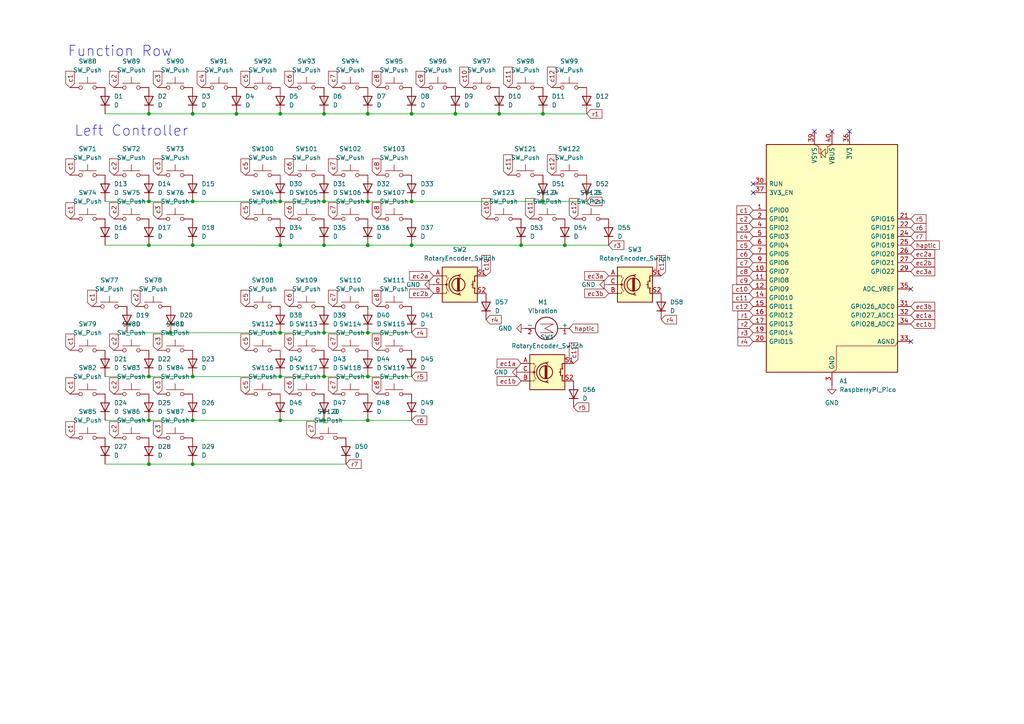
<source format=kicad_sch>
(kicad_sch (version 20250114) (generator "eeschema") (generator_version "9.0")
  (paper "A4")
  (text "Left Controller" (at 38.1 38.1 0) (effects (font (size 3 3))))
  (text "Function Row" (at 34.798 14.986 0) (effects (font (size 3 3))))
  (junction (at 119.38 71.12))
  (junction (at 43.18 71.12))
  (junction (at 55.88 109.22))
  (junction (at 163.83 71.12))
  (junction (at 81.28 58.42))
  (junction (at 93.98 96.52))
  (junction (at 132.08 33.02))
  (junction (at 106.68 58.42))
  (junction (at 81.28 96.52))
  (junction (at 93.98 71.12))
  (junction (at 106.68 33.02))
  (junction (at 119.38 58.42))
  (junction (at 43.18 109.22))
  (junction (at 93.98 58.42))
  (junction (at 144.78 33.02))
  (junction (at 106.68 96.52))
  (junction (at 55.88 121.92))
  (junction (at 55.88 71.12))
  (junction (at 81.28 33.02))
  (junction (at 43.18 134.62))
  (junction (at 119.38 33.02))
  (junction (at 106.68 121.92))
  (junction (at 106.68 109.22))
  (junction (at 93.98 121.92))
  (junction (at 55.88 134.62))
  (junction (at 49.53 96.52))
  (junction (at 93.98 33.02))
  (junction (at 43.18 33.02))
  (junction (at 81.28 109.22))
  (junction (at 43.18 121.92))
  (junction (at 106.68 71.12))
  (junction (at 43.18 58.42))
  (junction (at 157.48 33.02))
  (junction (at 55.88 33.02))
  (junction (at 68.58 33.02))
  (junction (at 151.13 71.12))
  (junction (at 93.98 109.22))
  (junction (at 81.28 71.12))
  (junction (at 157.48 58.42))
  (junction (at 55.88 58.42))
  (junction (at 81.28 121.92))
  (no_connect (at 218.44 55.88))
  (no_connect (at 236.22 38.1))
  (no_connect (at 241.3 38.1))
  (no_connect (at 218.44 53.34))
  (no_connect (at 264.16 99.06))
  (no_connect (at 264.16 83.82))
  (no_connect (at 246.38 38.1))
  (wire (pts (xy 106.68 71.12) (xy 119.38 71.12)))
  (wire (pts (xy 119.38 33.02) (xy 132.08 33.02)))
  (wire (pts (xy 106.68 109.22) (xy 119.38 109.22)))
  (wire (pts (xy 55.88 33.02) (xy 68.58 33.02)))
  (wire (pts (xy 81.28 109.22) (xy 93.98 109.22)))
  (wire (pts (xy 132.08 33.02) (xy 144.78 33.02)))
  (wire (pts (xy 55.88 71.12) (xy 81.28 71.12)))
  (wire (pts (xy 93.98 33.02) (xy 106.68 33.02)))
  (wire (pts (xy 68.58 33.02) (xy 81.28 33.02)))
  (wire (pts (xy 81.28 71.12) (xy 93.98 71.12)))
  (wire (pts (xy 151.13 71.12) (xy 163.83 71.12)))
  (wire (pts (xy 55.88 121.92) (xy 81.28 121.92)))
  (wire (pts (xy 30.48 121.92) (xy 43.18 121.92)))
  (wire (pts (xy 106.68 121.92) (xy 119.38 121.92)))
  (wire (pts (xy 163.83 71.12) (xy 176.53 71.12)))
  (wire (pts (xy 30.48 33.02) (xy 43.18 33.02)))
  (wire (pts (xy 36.83 96.52) (xy 49.53 96.52)))
  (wire (pts (xy 93.98 121.92) (xy 106.68 121.92)))
  (wire (pts (xy 49.53 96.52) (xy 81.28 96.52)))
  (wire (pts (xy 81.28 33.02) (xy 93.98 33.02)))
  (wire (pts (xy 119.38 71.12) (xy 151.13 71.12)))
  (wire (pts (xy 93.98 109.22) (xy 106.68 109.22)))
  (wire (pts (xy 93.98 71.12) (xy 106.68 71.12)))
  (wire (pts (xy 93.98 58.42) (xy 106.68 58.42)))
  (wire (pts (xy 30.48 71.12) (xy 43.18 71.12)))
  (wire (pts (xy 81.28 58.42) (xy 93.98 58.42)))
  (wire (pts (xy 30.48 109.22) (xy 43.18 109.22)))
  (wire (pts (xy 55.88 109.22) (xy 81.28 109.22)))
  (wire (pts (xy 93.98 96.52) (xy 106.68 96.52)))
  (wire (pts (xy 106.68 33.02) (xy 119.38 33.02)))
  (wire (pts (xy 43.18 58.42) (xy 55.88 58.42)))
  (wire (pts (xy 81.28 121.92) (xy 93.98 121.92)))
  (wire (pts (xy 106.68 58.42) (xy 119.38 58.42)))
  (wire (pts (xy 55.88 58.42) (xy 81.28 58.42)))
  (wire (pts (xy 43.18 109.22) (xy 55.88 109.22)))
  (wire (pts (xy 43.18 134.62) (xy 55.88 134.62)))
  (wire (pts (xy 55.88 134.62) (xy 100.33 134.62)))
  (wire (pts (xy 30.48 134.62) (xy 43.18 134.62)))
  (wire (pts (xy 157.48 33.02) (xy 170.18 33.02)))
  (wire (pts (xy 119.38 58.42) (xy 157.48 58.42)))
  (wire (pts (xy 106.68 96.52) (xy 119.38 96.52)))
  (wire (pts (xy 81.28 96.52) (xy 93.98 96.52)))
  (wire (pts (xy 157.48 58.42) (xy 170.18 58.42)))
  (wire (pts (xy 144.78 33.02) (xy 157.48 33.02)))
  (wire (pts (xy 30.48 58.42) (xy 43.18 58.42)))
  (wire (pts (xy 43.18 71.12) (xy 55.88 71.12)))
  (wire (pts (xy 43.18 121.92) (xy 55.88 121.92)))
  (wire (pts (xy 43.18 33.02) (xy 55.88 33.02)))
  (global_label "c8" (shape input) (at 218.44 78.74 180) (property "Intersheetrefs" "${INTERSHEET_REFS}" (effects (hide yes))))
  (global_label "c12" (shape input) (at 166.37 63.5 90) (property "Intersheetrefs" "${INTERSHEET_REFS}" (effects (hide yes))))
  (global_label "c2" (shape input) (at 33.02 114.3 90) (property "Intersheetrefs" "${INTERSHEET_REFS}" (effects (hide yes))))
  (global_label "ec3b" (shape input) (at 176.53 85.09 180) (property "Intersheetrefs" "${INTERSHEET_REFS}" (effects (hide yes))))
  (global_label "c6" (shape input) (at 83.82 114.3 90) (property "Intersheetrefs" "${INTERSHEET_REFS}" (effects (hide yes))))
  (global_label "r5" (shape input) (at 166.37 118.11 0) (property "Intersheetrefs" "${INTERSHEET_REFS}" (effects (hide yes))))
  (global_label "r5" (shape input) (at 264.16 63.5 0) (property "Intersheetrefs" "${INTERSHEET_REFS}" (effects (hide yes))))
  (global_label "c10" (shape input) (at 140.97 80.01 90) (property "Intersheetrefs" "${INTERSHEET_REFS}" (effects (hide yes))))
  (global_label "c1" (shape input) (at 20.32 101.6 90) (property "Intersheetrefs" "${INTERSHEET_REFS}" (effects (hide yes))))
  (global_label "haptic" (shape input) (at 264.16 71.12 0) (property "Intersheetrefs" "${INTERSHEET_REFS}" (effects (hide yes))))
  (global_label "c1" (shape input) (at 20.32 25.4 90) (property "Intersheetrefs" "${INTERSHEET_REFS}" (effects (hide yes))))
  (global_label "r5" (shape input) (at 119.38 109.22 0) (property "Intersheetrefs" "${INTERSHEET_REFS}" (effects (hide yes))))
  (global_label "r1" (shape input) (at 218.44 91.44 180) (property "Intersheetrefs" "${INTERSHEET_REFS}" (effects (hide yes))))
  (global_label "c2" (shape input) (at 39.37 88.9 90) (property "Intersheetrefs" "${INTERSHEET_REFS}" (effects (hide yes))))
  (global_label "c1" (shape input) (at 218.44 60.96 180) (property "Intersheetrefs" "${INTERSHEET_REFS}" (effects (hide yes))))
  (global_label "ec3a" (shape input) (at 264.16 78.74 0) (property "Intersheetrefs" "${INTERSHEET_REFS}" (effects (hide yes))))
  (global_label "c12" (shape input) (at 218.44 88.9 180) (property "Intersheetrefs" "${INTERSHEET_REFS}" (effects (hide yes))))
  (global_label "r6" (shape input) (at 119.38 121.92 0) (property "Intersheetrefs" "${INTERSHEET_REFS}" (effects (hide yes))))
  (global_label "r4" (shape input) (at 140.97 92.71 0) (property "Intersheetrefs" "${INTERSHEET_REFS}" (effects (hide yes))))
  (global_label "c5" (shape input) (at 71.12 63.5 90) (property "Intersheetrefs" "${INTERSHEET_REFS}" (effects (hide yes))))
  (global_label "r2" (shape input) (at 170.18 58.42 0) (property "Intersheetrefs" "${INTERSHEET_REFS}" (effects (hide yes))))
  (global_label "r4" (shape input) (at 191.77 92.71 0) (property "Intersheetrefs" "${INTERSHEET_REFS}" (effects (hide yes))))
  (global_label "c10" (shape input) (at 134.62 25.4 90) (property "Intersheetrefs" "${INTERSHEET_REFS}" (effects (hide yes))))
  (global_label "c11" (shape input) (at 147.32 50.8 90) (property "Intersheetrefs" "${INTERSHEET_REFS}" (effects (hide yes))))
  (global_label "c12" (shape input) (at 160.02 25.4 90) (property "Intersheetrefs" "${INTERSHEET_REFS}" (effects (hide yes))))
  (global_label "c2" (shape input) (at 33.02 25.4 90) (property "Intersheetrefs" "${INTERSHEET_REFS}" (effects (hide yes))))
  (global_label "c11" (shape input) (at 153.67 63.5 90) (property "Intersheetrefs" "${INTERSHEET_REFS}" (effects (hide yes))))
  (global_label "ec1a" (shape input) (at 264.16 91.44 0) (property "Intersheetrefs" "${INTERSHEET_REFS}" (effects (hide yes))))
  (global_label "c2" (shape input) (at 33.02 50.8 90) (property "Intersheetrefs" "${INTERSHEET_REFS}" (effects (hide yes))))
  (global_label "haptic" (shape input) (at 165.1 95.25 0) (property "Intersheetrefs" "${INTERSHEET_REFS}" (effects (hide yes))))
  (global_label "ec1b" (shape input) (at 151.13 110.49 180) (property "Intersheetrefs" "${INTERSHEET_REFS}" (effects (hide yes))))
  (global_label "c5" (shape input) (at 71.12 114.3 90) (property "Intersheetrefs" "${INTERSHEET_REFS}" (effects (hide yes))))
  (global_label "c11" (shape input) (at 147.32 25.4 90) (property "Intersheetrefs" "${INTERSHEET_REFS}" (effects (hide yes))))
  (global_label "c10" (shape input) (at 140.97 63.5 90) (property "Intersheetrefs" "${INTERSHEET_REFS}" (effects (hide yes))))
  (global_label "c6" (shape input) (at 83.82 50.8 90) (property "Intersheetrefs" "${INTERSHEET_REFS}" (effects (hide yes))))
  (global_label "c9" (shape input) (at 121.92 25.4 90) (property "Intersheetrefs" "${INTERSHEET_REFS}" (effects (hide yes))))
  (global_label "r7" (shape input) (at 264.16 68.58 0) (property "Intersheetrefs" "${INTERSHEET_REFS}" (effects (hide yes))))
  (global_label "c5" (shape input) (at 71.12 88.9 90) (property "Intersheetrefs" "${INTERSHEET_REFS}" (effects (hide yes))))
  (global_label "c3" (shape input) (at 45.72 25.4 90) (property "Intersheetrefs" "${INTERSHEET_REFS}" (effects (hide yes))))
  (global_label "c3" (shape input) (at 45.72 50.8 90) (property "Intersheetrefs" "${INTERSHEET_REFS}" (effects (hide yes))))
  (global_label "c6" (shape input) (at 83.82 101.6 90) (property "Intersheetrefs" "${INTERSHEET_REFS}" (effects (hide yes))))
  (global_label "c12" (shape input) (at 191.77 80.01 90) (property "Intersheetrefs" "${INTERSHEET_REFS}" (effects (hide yes))))
  (global_label "c6" (shape input) (at 83.82 63.5 90) (property "Intersheetrefs" "${INTERSHEET_REFS}" (effects (hide yes))))
  (global_label "c3" (shape input) (at 218.44 66.04 180) (property "Intersheetrefs" "${INTERSHEET_REFS}" (effects (hide yes))))
  (global_label "c1" (shape input) (at 20.32 127 90) (property "Intersheetrefs" "${INTERSHEET_REFS}" (effects (hide yes))))
  (global_label "c4" (shape input) (at 218.44 68.58 180) (property "Intersheetrefs" "${INTERSHEET_REFS}" (effects (hide yes))))
  (global_label "c8" (shape input) (at 109.22 88.9 90) (property "Intersheetrefs" "${INTERSHEET_REFS}" (effects (hide yes))))
  (global_label "r4" (shape input) (at 218.44 99.06 180) (property "Intersheetrefs" "${INTERSHEET_REFS}" (effects (hide yes))))
  (global_label "c6" (shape input) (at 83.82 25.4 90) (property "Intersheetrefs" "${INTERSHEET_REFS}" (effects (hide yes))))
  (global_label "ec2b" (shape input) (at 264.16 76.2 0) (property "Intersheetrefs" "${INTERSHEET_REFS}" (effects (hide yes))))
  (global_label "c5" (shape input) (at 71.12 25.4 90) (property "Intersheetrefs" "${INTERSHEET_REFS}" (effects (hide yes))))
  (global_label "c8" (shape input) (at 109.22 114.3 90) (property "Intersheetrefs" "${INTERSHEET_REFS}" (effects (hide yes))))
  (global_label "ec1b" (shape input) (at 264.16 93.98 0) (property "Intersheetrefs" "${INTERSHEET_REFS}" (effects (hide yes))))
  (global_label "c3" (shape input) (at 45.72 127 90) (property "Intersheetrefs" "${INTERSHEET_REFS}" (effects (hide yes))))
  (global_label "c1" (shape input) (at 20.32 114.3 90) (property "Intersheetrefs" "${INTERSHEET_REFS}" (effects (hide yes))))
  (global_label "c7" (shape input) (at 96.52 25.4 90) (property "Intersheetrefs" "${INTERSHEET_REFS}" (effects (hide yes))))
  (global_label "c1" (shape input) (at 26.67 88.9 90) (property "Intersheetrefs" "${INTERSHEET_REFS}" (effects (hide yes))))
  (global_label "r1" (shape input) (at 170.18 33.02 0) (property "Intersheetrefs" "${INTERSHEET_REFS}" (effects (hide yes))))
  (global_label "r6" (shape input) (at 264.16 66.04 0) (property "Intersheetrefs" "${INTERSHEET_REFS}" (effects (hide yes))))
  (global_label "r7" (shape input) (at 100.33 134.62 0) (property "Intersheetrefs" "${INTERSHEET_REFS}" (effects (hide yes))))
  (global_label "c7" (shape input) (at 96.52 101.6 90) (property "Intersheetrefs" "${INTERSHEET_REFS}" (effects (hide yes))))
  (global_label "c8" (shape input) (at 109.22 25.4 90) (property "Intersheetrefs" "${INTERSHEET_REFS}" (effects (hide yes))))
  (global_label "ec2a" (shape input) (at 264.16 73.66 0) (property "Intersheetrefs" "${INTERSHEET_REFS}" (effects (hide yes))))
  (global_label "c7" (shape input) (at 96.52 114.3 90) (property "Intersheetrefs" "${INTERSHEET_REFS}" (effects (hide yes))))
  (global_label "c5" (shape input) (at 71.12 101.6 90) (property "Intersheetrefs" "${INTERSHEET_REFS}" (effects (hide yes))))
  (global_label "c2" (shape input) (at 218.44 63.5 180) (property "Intersheetrefs" "${INTERSHEET_REFS}" (effects (hide yes))))
  (global_label "c8" (shape input) (at 109.22 101.6 90) (property "Intersheetrefs" "${INTERSHEET_REFS}" (effects (hide yes))))
  (global_label "c8" (shape input) (at 109.22 63.5 90) (property "Intersheetrefs" "${INTERSHEET_REFS}" (effects (hide yes))))
  (global_label "ec3a" (shape input) (at 176.53 80.01 180) (property "Intersheetrefs" "${INTERSHEET_REFS}" (effects (hide yes))))
  (global_label "c3" (shape input) (at 45.72 101.6 90) (property "Intersheetrefs" "${INTERSHEET_REFS}" (effects (hide yes))))
  (global_label "c2" (shape input) (at 33.02 101.6 90) (property "Intersheetrefs" "${INTERSHEET_REFS}" (effects (hide yes))))
  (global_label "c7" (shape input) (at 96.52 63.5 90) (property "Intersheetrefs" "${INTERSHEET_REFS}" (effects (hide yes))))
  (global_label "c7" (shape input) (at 90.17 127 90) (property "Intersheetrefs" "${INTERSHEET_REFS}" (effects (hide yes))))
  (global_label "ec3b" (shape input) (at 264.16 88.9 0) (property "Intersheetrefs" "${INTERSHEET_REFS}" (effects (hide yes))))
  (global_label "ec2b" (shape input) (at 125.73 85.09 180) (property "Intersheetrefs" "${INTERSHEET_REFS}" (effects (hide yes))))
  (global_label "c1" (shape input) (at 20.32 63.5 90) (property "Intersheetrefs" "${INTERSHEET_REFS}" (effects (hide yes))))
  (global_label "c5" (shape input) (at 218.44 71.12 180) (property "Intersheetrefs" "${INTERSHEET_REFS}" (effects (hide yes))))
  (global_label "c2" (shape input) (at 33.02 63.5 90) (property "Intersheetrefs" "${INTERSHEET_REFS}" (effects (hide yes))))
  (global_label "c3" (shape input) (at 45.72 63.5 90) (property "Intersheetrefs" "${INTERSHEET_REFS}" (effects (hide yes))))
  (global_label "c4" (shape input) (at 58.42 25.4 90) (property "Intersheetrefs" "${INTERSHEET_REFS}" (effects (hide yes))))
  (global_label "r3" (shape input) (at 218.44 96.52 180) (property "Intersheetrefs" "${INTERSHEET_REFS}" (effects (hide yes))))
  (global_label "c9" (shape input) (at 218.44 81.28 180) (property "Intersheetrefs" "${INTERSHEET_REFS}" (effects (hide yes))))
  (global_label "ec2a" (shape input) (at 125.73 80.01 180) (property "Intersheetrefs" "${INTERSHEET_REFS}" (effects (hide yes))))
  (global_label "c6" (shape input) (at 83.82 88.9 90) (property "Intersheetrefs" "${INTERSHEET_REFS}" (effects (hide yes))))
  (global_label "c7" (shape input) (at 218.44 76.2 180) (property "Intersheetrefs" "${INTERSHEET_REFS}" (effects (hide yes))))
  (global_label "ec1a" (shape input) (at 151.13 105.41 180) (property "Intersheetrefs" "${INTERSHEET_REFS}" (effects (hide yes))))
  (global_label "r2" (shape input) (at 218.44 93.98 180) (property "Intersheetrefs" "${INTERSHEET_REFS}" (effects (hide yes))))
  (global_label "c6" (shape input) (at 218.44 73.66 180) (property "Intersheetrefs" "${INTERSHEET_REFS}" (effects (hide yes))))
  (global_label "c10" (shape input) (at 218.44 83.82 180) (property "Intersheetrefs" "${INTERSHEET_REFS}" (effects (hide yes))))
  (global_label "c11" (shape input) (at 218.44 86.36 180) (property "Intersheetrefs" "${INTERSHEET_REFS}" (effects (hide yes))))
  (global_label "c5" (shape input) (at 71.12 50.8 90) (property "Intersheetrefs" "${INTERSHEET_REFS}" (effects (hide yes))))
  (global_label "c3" (shape input) (at 45.72 114.3 90) (property "Intersheetrefs" "${INTERSHEET_REFS}" (effects (hide yes))))
  (global_label "r4" (shape input) (at 119.38 96.52 0) (property "Intersheetrefs" "${INTERSHEET_REFS}" (effects (hide yes))))
  (global_label "c12" (shape input) (at 160.02 50.8 90) (property "Intersheetrefs" "${INTERSHEET_REFS}" (effects (hide yes))))
  (global_label "c2" (shape input) (at 33.02 127 90) (property "Intersheetrefs" "${INTERSHEET_REFS}" (effects (hide yes))))
  (global_label "c7" (shape input) (at 96.52 88.9 90) (property "Intersheetrefs" "${INTERSHEET_REFS}" (effects (hide yes))))
  (global_label "c7" (shape input) (at 96.52 50.8 90) (property "Intersheetrefs" "${INTERSHEET_REFS}" (effects (hide yes))))
  (global_label "c11" (shape input) (at 166.37 105.41 90) (property "Intersheetrefs" "${INTERSHEET_REFS}" (effects (hide yes))))
  (global_label "c1" (shape input) (at 20.32 50.8 90) (property "Intersheetrefs" "${INTERSHEET_REFS}" (effects (hide yes))))
  (global_label "r3" (shape input) (at 176.53 71.12 0) (property "Intersheetrefs" "${INTERSHEET_REFS}" (effects (hide yes))))
  (global_label "c8" (shape input) (at 109.22 50.8 90) (property "Intersheetrefs" "${INTERSHEET_REFS}" (effects (hide yes))))
  (symbol (lib_id "Switch:SW_Push") (at 88.9 63.5 0) (unit 1)
    (property "Reference" "SW105" (at 88.9 55.88 0))
    (property "Value" "SW_Push" (at 88.9 58.42 0))
    (property "Footprint" "ScottoKeebs_Hotswap:Hotswap_MX_1.00u" (effects (hide yes)))
    (property "Description" "Push button switch, generic, two pins" (effects (hide yes)))
  )
  (symbol (lib_id "Device:D") (at 55.88 118.11 90) (unit 1)
    (property "Reference" "D26" (at 58.42 116.8399 90) (effects (justify right)))
    (property "Value" "D" (at 58.42 119.3799 90) (effects (justify right)))
    (property "Footprint" "Diode_SMD:D_0805_2012Metric_Pad1.15x1.40mm_HandSolder" (effects (hide yes)))
    (property "Description" "Diode" (effects (hide yes)))
    (property "Sim.Device" "D" (effects (hide yes)))
    (property "Sim.Pins" "1=K 2=A" (effects (hide yes)))
  )
  (symbol (lib_id "MCU_Module:RaspberryPi_Pico") (at 241.3 76.2 0) (unit 1)
    (property "Reference" "A1" (at 243.4433 110.49 0) (effects (justify left)))
    (property "Value" "RaspberryPi_Pico" (at 243.4433 113.03 0) (effects (justify left)))
    (property "Footprint" "modded prints:RaspberryPi_Pico_Common_SMD noantenna" (effects (hide yes)))
    (property "Datasheet" "https://datasheets.raspberrypi.com/pico/pico-datasheet.pdf" (effects (hide yes)))
    (property "Description" "Versatile and inexpensive microcontroller module powered by RP2040 dual-core Arm Cortex-M0+ processor up to 133 MHz, 264kB SRAM, 2MB QSPI flash; also supports Raspberry Pi Pico 2" (effects (hide yes)))
  )
  (symbol (lib_id "power:GND") (at 152.4 95.25 270) (unit 1)
    (property "Reference" "#PWR02" (effects (hide yes)))
    (property "Value" "GND" (at 148.59 95.2499 90) (effects (justify right)))
    (property "Description" "Power symbol creates a global label with name \"GND\" , ground" (effects (hide yes)))
  )
  (symbol (lib_id "Device:D") (at 55.88 67.31 90) (unit 1)
    (property "Reference" "D18" (at 58.42 66.0399 90) (effects (justify right)))
    (property "Value" "D" (at 58.42 68.5799 90) (effects (justify right)))
    (property "Footprint" "Diode_SMD:D_0805_2012Metric_Pad1.15x1.40mm_HandSolder" (effects (hide yes)))
    (property "Description" "Diode" (effects (hide yes)))
    (property "Sim.Device" "D" (effects (hide yes)))
    (property "Sim.Pins" "1=K 2=A" (effects (hide yes)))
  )
  (symbol (lib_id "Switch:SW_Push") (at 25.4 114.3 0) (unit 1)
    (property "Reference" "SW82" (at 25.4 106.68 0))
    (property "Value" "SW_Push" (at 25.4 109.22 0))
    (property "Footprint" "ScottoKeebs_Hotswap:Hotswap_MX_1.00u" (effects (hide yes)))
    (property "Description" "Push button switch, generic, two pins" (effects (hide yes)))
  )
  (symbol (lib_id "Switch:SW_Push") (at 88.9 25.4 0) (unit 1)
    (property "Reference" "SW93" (at 88.9 17.78 0))
    (property "Value" "SW_Push" (at 88.9 20.32 0))
    (property "Footprint" "ScottoKeebs_Hotswap:Hotswap_MX_1.00u" (effects (hide yes)))
    (property "Description" "Push button switch, generic, two pins" (effects (hide yes)))
  )
  (symbol (lib_id "Switch:SW_Push") (at 101.6 114.3 0) (unit 1)
    (property "Reference" "SW118" (at 101.6 106.68 0))
    (property "Value" "SW_Push" (at 101.6 109.22 0))
    (property "Footprint" "ScottoKeebs_Hotswap:Hotswap_MX_1.00u" (effects (hide yes)))
    (property "Description" "Push button switch, generic, two pins" (effects (hide yes)))
  )
  (symbol (lib_id "Device:D") (at 55.88 130.81 90) (unit 1)
    (property "Reference" "D29" (at 58.42 129.5399 90) (effects (justify right)))
    (property "Value" "D" (at 58.42 132.0799 90) (effects (justify right)))
    (property "Footprint" "Diode_SMD:D_0805_2012Metric_Pad1.15x1.40mm_HandSolder" (effects (hide yes)))
    (property "Description" "Diode" (effects (hide yes)))
    (property "Sim.Device" "D" (effects (hide yes)))
    (property "Sim.Pins" "1=K 2=A" (effects (hide yes)))
  )
  (symbol (lib_id "Device:D") (at 191.77 88.9 90) (unit 1)
    (property "Reference" "D58" (at 194.31 87.6299 90) (effects (justify right)))
    (property "Value" "D" (at 194.31 90.1699 90) (effects (justify right)))
    (property "Footprint" "Diode_SMD:D_0805_2012Metric_Pad1.15x1.40mm_HandSolder" (effects (hide yes)))
    (property "Description" "Diode" (effects (hide yes)))
    (property "Sim.Device" "D" (effects (hide yes)))
    (property "Sim.Pins" "1=K 2=A" (effects (hide yes)))
  )
  (symbol (lib_id "Switch:SW_Push") (at 38.1 114.3 0) (unit 1)
    (property "Reference" "SW83" (at 38.1 106.68 0))
    (property "Value" "SW_Push" (at 38.1 109.22 0))
    (property "Footprint" "ScottoKeebs_Hotswap:Hotswap_MX_1.00u" (effects (hide yes)))
    (property "Description" "Push button switch, generic, two pins" (effects (hide yes)))
  )
  (symbol (lib_id "Switch:SW_Push") (at 76.2 50.8 0) (unit 1)
    (property "Reference" "SW100" (at 76.2 43.18 0))
    (property "Value" "SW_Push" (at 76.2 45.72 0))
    (property "Footprint" "ScottoKeebs_Hotswap:Hotswap_MX_1.00u" (effects (hide yes)))
    (property "Description" "Push button switch, generic, two pins" (effects (hide yes)))
  )
  (symbol (lib_id "Device:D") (at 55.88 29.21 90) (unit 1)
    (property "Reference" "D3" (at 58.42 27.9399 90) (effects (justify right)))
    (property "Value" "D" (at 58.42 30.4799 90) (effects (justify right)))
    (property "Footprint" "Diode_SMD:D_0805_2012Metric_Pad1.15x1.40mm_HandSolder" (effects (hide yes)))
    (property "Description" "Diode" (effects (hide yes)))
    (property "Sim.Device" "D" (effects (hide yes)))
    (property "Sim.Pins" "1=K 2=A" (effects (hide yes)))
  )
  (symbol (lib_id "Device:D") (at 81.28 118.11 90) (unit 1)
    (property "Reference" "D46" (at 83.82 116.8399 90) (effects (justify right)))
    (property "Value" "D" (at 83.82 119.3799 90) (effects (justify right)))
    (property "Footprint" "Diode_SMD:D_0805_2012Metric_Pad1.15x1.40mm_HandSolder" (effects (hide yes)))
    (property "Description" "Diode" (effects (hide yes)))
    (property "Sim.Device" "D" (effects (hide yes)))
    (property "Sim.Pins" "1=K 2=A" (effects (hide yes)))
  )
  (symbol (lib_id "Switch:SW_Push") (at 25.4 25.4 0) (unit 1)
    (property "Reference" "SW88" (at 25.4 17.78 0))
    (property "Value" "SW_Push" (at 25.4 20.32 0))
    (property "Footprint" "ScottoKeebs_Hotswap:Hotswap_MX_1.00u" (effects (hide yes)))
    (property "Description" "Push button switch, generic, two pins" (effects (hide yes)))
  )
  (symbol (lib_id "Switch:SW_Push") (at 95.25 127 0) (unit 1)
    (property "Reference" "SW120" (at 95.25 119.38 0))
    (property "Value" "SW_Push" (at 95.25 121.92 0))
    (property "Footprint" "ScottoKeebs_Hotswap:Hotswap_MX_2.00u" (effects (hide yes)))
    (property "Description" "Push button switch, generic, two pins" (effects (hide yes)))
  )
  (symbol (lib_id "Switch:SW_Push") (at 114.3 50.8 0) (unit 1)
    (property "Reference" "SW103" (at 114.3 43.18 0))
    (property "Value" "SW_Push" (at 114.3 45.72 0))
    (property "Footprint" "ScottoKeebs_Hotswap:Hotswap_MX_1.00u" (effects (hide yes)))
    (property "Description" "Push button switch, generic, two pins" (effects (hide yes)))
  )
  (symbol (lib_id "Device:D") (at 43.18 54.61 90) (unit 1)
    (property "Reference" "D14" (at 45.72 53.3399 90) (effects (justify right)))
    (property "Value" "D" (at 45.72 55.8799 90) (effects (justify right)))
    (property "Footprint" "Diode_SMD:D_0805_2012Metric_Pad1.15x1.40mm_HandSolder" (effects (hide yes)))
    (property "Description" "Diode" (effects (hide yes)))
    (property "Sim.Device" "D" (effects (hide yes)))
    (property "Sim.Pins" "1=K 2=A" (effects (hide yes)))
  )
  (symbol (lib_id "Device:D") (at 43.18 29.21 90) (unit 1)
    (property "Reference" "D2" (at 45.72 27.9399 90) (effects (justify right)))
    (property "Value" "D" (at 45.72 30.4799 90) (effects (justify right)))
    (property "Footprint" "Diode_SMD:D_0805_2012Metric_Pad1.15x1.40mm_HandSolder" (effects (hide yes)))
    (property "Description" "Diode" (effects (hide yes)))
    (property "Sim.Device" "D" (effects (hide yes)))
    (property "Sim.Pins" "1=K 2=A" (effects (hide yes)))
  )
  (symbol (lib_id "Device:D") (at 30.48 130.81 90) (unit 1)
    (property "Reference" "D27" (at 33.02 129.5399 90) (effects (justify right)))
    (property "Value" "D" (at 33.02 132.0799 90) (effects (justify right)))
    (property "Footprint" "Diode_SMD:D_0805_2012Metric_Pad1.15x1.40mm_HandSolder" (effects (hide yes)))
    (property "Description" "Diode" (effects (hide yes)))
    (property "Sim.Device" "D" (effects (hide yes)))
    (property "Sim.Pins" "1=K 2=A" (effects (hide yes)))
  )
  (symbol (lib_id "Device:D") (at 106.68 105.41 90) (unit 1)
    (property "Reference" "D44" (at 109.22 104.1399 90) (effects (justify right)))
    (property "Value" "D" (at 109.22 106.6799 90) (effects (justify right)))
    (property "Footprint" "Diode_SMD:D_0805_2012Metric_Pad1.15x1.40mm_HandSolder" (effects (hide yes)))
    (property "Description" "Diode" (effects (hide yes)))
    (property "Sim.Device" "D" (effects (hide yes)))
    (property "Sim.Pins" "1=K 2=A" (effects (hide yes)))
  )
  (symbol (lib_id "Switch:SW_Push") (at 25.4 101.6 0) (unit 1)
    (property "Reference" "SW79" (at 25.4 93.98 0))
    (property "Value" "SW_Push" (at 25.4 96.52 0))
    (property "Footprint" "ScottoKeebs_Hotswap:Hotswap_MX_1.00u" (effects (hide yes)))
    (property "Description" "Push button switch, generic, two pins" (effects (hide yes)))
  )
  (symbol (lib_id "Switch:SW_Push") (at 38.1 63.5 0) (unit 1)
    (property "Reference" "SW75" (at 38.1 55.88 0))
    (property "Value" "SW_Push" (at 38.1 58.42 0))
    (property "Footprint" "ScottoKeebs_Hotswap:Hotswap_MX_1.00u" (effects (hide yes)))
    (property "Description" "Push button switch, generic, two pins" (effects (hide yes)))
  )
  (symbol (lib_id "Device:D") (at 43.18 67.31 90) (unit 1)
    (property "Reference" "D17" (at 45.72 66.0399 90) (effects (justify right)))
    (property "Value" "D" (at 45.72 68.5799 90) (effects (justify right)))
    (property "Footprint" "Diode_SMD:D_0805_2012Metric_Pad1.15x1.40mm_HandSolder" (effects (hide yes)))
    (property "Description" "Diode" (effects (hide yes)))
    (property "Sim.Device" "D" (effects (hide yes)))
    (property "Sim.Pins" "1=K 2=A" (effects (hide yes)))
  )
  (symbol (lib_id "Device:RotaryEncoder_Switch") (at 184.15 82.55 0) (unit 1)
    (property "Reference" "SW3" (at 184.15 72.39 0))
    (property "Value" "RotaryEncoder_Switch" (at 184.15 74.93 0))
    (property "Footprint" "Rotary_Encoder:RotaryEncoder_Alps_EC11E-Switch_Vertical_H20mm" (effects (hide yes)))
    (property "Description" "Rotary encoder, dual channel, incremental quadrate outputs, with switch" (effects (hide yes)))
  )
  (symbol (lib_id "Switch:SW_Push") (at 88.9 101.6 0) (unit 1)
    (property "Reference" "SW113" (at 88.9 93.98 0))
    (property "Value" "SW_Push" (at 88.9 96.52 0))
    (property "Footprint" "ScottoKeebs_Hotswap:Hotswap_MX_1.00u" (effects (hide yes)))
    (property "Description" "Push button switch, generic, two pins" (effects (hide yes)))
  )
  (symbol (lib_id "Device:D") (at 119.38 67.31 90) (unit 1)
    (property "Reference" "D37" (at 121.92 66.0399 90) (effects (justify right)))
    (property "Value" "D" (at 121.92 68.5799 90) (effects (justify right)))
    (property "Footprint" "Diode_SMD:D_0805_2012Metric_Pad1.15x1.40mm_HandSolder" (effects (hide yes)))
    (property "Description" "Diode" (effects (hide yes)))
    (property "Sim.Device" "D" (effects (hide yes)))
    (property "Sim.Pins" "1=K 2=A" (effects (hide yes)))
  )
  (symbol (lib_id "Device:D") (at 49.53 92.71 90) (unit 1)
    (property "Reference" "D20" (at 52.07 91.4399 90) (effects (justify right)))
    (property "Value" "D" (at 52.07 93.9799 90) (effects (justify right)))
    (property "Footprint" "Diode_SMD:D_0805_2012Metric_Pad1.15x1.40mm_HandSolder" (effects (hide yes)))
    (property "Description" "Diode" (effects (hide yes)))
    (property "Sim.Device" "D" (effects (hide yes)))
    (property "Sim.Pins" "1=K 2=A" (effects (hide yes)))
  )
  (symbol (lib_id "Device:D") (at 93.98 118.11 90) (unit 1)
    (property "Reference" "D47" (at 96.52 116.8399 90) (effects (justify right)))
    (property "Value" "D" (at 96.52 119.3799 90) (effects (justify right)))
    (property "Footprint" "Diode_SMD:D_0805_2012Metric_Pad1.15x1.40mm_HandSolder" (effects (hide yes)))
    (property "Description" "Diode" (effects (hide yes)))
    (property "Sim.Device" "D" (effects (hide yes)))
    (property "Sim.Pins" "1=K 2=A" (effects (hide yes)))
  )
  (symbol (lib_id "Device:D") (at 176.53 67.31 90) (unit 1)
    (property "Reference" "D55" (at 179.07 66.0399 90) (effects (justify right)))
    (property "Value" "D" (at 179.07 68.5799 90) (effects (justify right)))
    (property "Footprint" "Diode_SMD:D_0805_2012Metric_Pad1.15x1.40mm_HandSolder" (effects (hide yes)))
    (property "Description" "Diode" (effects (hide yes)))
    (property "Sim.Device" "D" (effects (hide yes)))
    (property "Sim.Pins" "1=K 2=A" (effects (hide yes)))
  )
  (symbol (lib_id "Switch:SW_Push") (at 76.2 25.4 0) (unit 1)
    (property "Reference" "SW92" (at 76.2 17.78 0))
    (property "Value" "SW_Push" (at 76.2 20.32 0))
    (property "Footprint" "ScottoKeebs_Hotswap:Hotswap_MX_1.00u" (effects (hide yes)))
    (property "Description" "Push button switch, generic, two pins" (effects (hide yes)))
  )
  (symbol (lib_id "power:GND") (at 151.13 107.95 270) (unit 1)
    (property "Reference" "#PWR01" (effects (hide yes)))
    (property "Value" "GND" (at 147.32 107.9499 90) (effects (justify right)))
    (property "Description" "Power symbol creates a global label with name \"GND\" , ground" (effects (hide yes)))
  )
  (symbol (lib_id "Switch:SW_Push") (at 50.8 114.3 0) (unit 1)
    (property "Reference" "SW84" (at 50.8 106.68 0))
    (property "Value" "SW_Push" (at 50.8 109.22 0))
    (property "Footprint" "ScottoKeebs_Hotswap:Hotswap_MX_1.00u" (effects (hide yes)))
    (property "Description" "Push button switch, generic, two pins" (effects (hide yes)))
  )
  (symbol (lib_id "Device:D") (at 93.98 67.31 90) (unit 1)
    (property "Reference" "D35" (at 96.52 66.0399 90) (effects (justify right)))
    (property "Value" "D" (at 96.52 68.5799 90) (effects (justify right)))
    (property "Footprint" "Diode_SMD:D_0805_2012Metric_Pad1.15x1.40mm_HandSolder" (effects (hide yes)))
    (property "Description" "Diode" (effects (hide yes)))
    (property "Sim.Device" "D" (effects (hide yes)))
    (property "Sim.Pins" "1=K 2=A" (effects (hide yes)))
  )
  (symbol (lib_id "Device:D") (at 68.58 29.21 90) (unit 1)
    (property "Reference" "D4" (at 71.12 27.9399 90) (effects (justify right)))
    (property "Value" "D" (at 71.12 30.4799 90) (effects (justify right)))
    (property "Footprint" "Diode_SMD:D_0805_2012Metric_Pad1.15x1.40mm_HandSolder" (effects (hide yes)))
    (property "Description" "Diode" (effects (hide yes)))
    (property "Sim.Device" "D" (effects (hide yes)))
    (property "Sim.Pins" "1=K 2=A" (effects (hide yes)))
  )
  (symbol (lib_id "Device:D") (at 81.28 29.21 90) (unit 1)
    (property "Reference" "D5" (at 83.82 27.9399 90) (effects (justify right)))
    (property "Value" "D" (at 83.82 30.4799 90) (effects (justify right)))
    (property "Footprint" "Diode_SMD:D_0805_2012Metric_Pad1.15x1.40mm_HandSolder" (effects (hide yes)))
    (property "Description" "Diode" (effects (hide yes)))
    (property "Sim.Device" "D" (effects (hide yes)))
    (property "Sim.Pins" "1=K 2=A" (effects (hide yes)))
  )
  (symbol (lib_id "Device:D") (at 30.48 54.61 90) (unit 1)
    (property "Reference" "D13" (at 33.02 53.3399 90) (effects (justify right)))
    (property "Value" "D" (at 33.02 55.8799 90) (effects (justify right)))
    (property "Footprint" "Diode_SMD:D_0805_2012Metric_Pad1.15x1.40mm_HandSolder" (effects (hide yes)))
    (property "Description" "Diode" (effects (hide yes)))
    (property "Sim.Device" "D" (effects (hide yes)))
    (property "Sim.Pins" "1=K 2=A" (effects (hide yes)))
  )
  (symbol (lib_id "Switch:SW_Push") (at 114.3 88.9 0) (unit 1)
    (property "Reference" "SW111" (at 114.3 81.28 0))
    (property "Value" "SW_Push" (at 114.3 83.82 0))
    (property "Footprint" "ScottoKeebs_Hotswap:Hotswap_MX_1.00u" (effects (hide yes)))
    (property "Description" "Push button switch, generic, two pins" (effects (hide yes)))
  )
  (symbol (lib_id "Switch:SW_Push") (at 114.3 25.4 0) (unit 1)
    (property "Reference" "SW95" (at 114.3 17.78 0))
    (property "Value" "SW_Push" (at 114.3 20.32 0))
    (property "Footprint" "ScottoKeebs_Hotswap:Hotswap_MX_1.00u" (effects (hide yes)))
    (property "Description" "Push button switch, generic, two pins" (effects (hide yes)))
  )
  (symbol (lib_id "Device:RotaryEncoder_Switch") (at 158.75 107.95 0) (unit 1)
    (property "Reference" "SW1" (at 158.75 97.79 0))
    (property "Value" "RotaryEncoder_Switch" (at 158.75 100.33 0))
    (property "Footprint" "Rotary_Encoder:RotaryEncoder_Alps_EC11E-Switch_Vertical_H20mm" (effects (hide yes)))
    (property "Description" "Rotary encoder, dual channel, incremental quadrate outputs, with switch" (effects (hide yes)))
  )
  (symbol (lib_id "Device:D") (at 157.48 54.61 90) (unit 1)
    (property "Reference" "D51" (at 160.02 53.3399 90) (effects (justify right)))
    (property "Value" "D" (at 160.02 55.8799 90) (effects (justify right)))
    (property "Footprint" "Diode_SMD:D_0805_2012Metric_Pad1.15x1.40mm_HandSolder" (effects (hide yes)))
    (property "Description" "Diode" (effects (hide yes)))
    (property "Sim.Device" "D" (effects (hide yes)))
    (property "Sim.Pins" "1=K 2=A" (effects (hide yes)))
  )
  (symbol (lib_id "Device:D") (at 140.97 88.9 90) (unit 1)
    (property "Reference" "D57" (at 143.51 87.6299 90) (effects (justify right)))
    (property "Value" "D" (at 143.51 90.1699 90) (effects (justify right)))
    (property "Footprint" "Diode_SMD:D_0805_2012Metric_Pad1.15x1.40mm_HandSolder" (effects (hide yes)))
    (property "Description" "Diode" (effects (hide yes)))
    (property "Sim.Device" "D" (effects (hide yes)))
    (property "Sim.Pins" "1=K 2=A" (effects (hide yes)))
  )
  (symbol (lib_id "Switch:SW_Push") (at 158.75 63.5 0) (unit 1)
    (property "Reference" "SW124" (at 158.75 55.88 0))
    (property "Value" "SW_Push" (at 158.75 58.42 0))
    (property "Footprint" "ScottoKeebs_Hotswap:Hotswap_MX_1.00u" (effects (hide yes)))
    (property "Description" "Push button switch, generic, two pins" (effects (hide yes)))
  )
  (symbol (lib_id "Switch:SW_Push") (at 114.3 114.3 0) (unit 1)
    (property "Reference" "SW119" (at 114.3 106.68 0))
    (property "Value" "SW_Push" (at 114.3 109.22 0))
    (property "Footprint" "ScottoKeebs_Hotswap:Hotswap_MX_1.00u" (effects (hide yes)))
    (property "Description" "Push button switch, generic, two pins" (effects (hide yes)))
  )
  (symbol (lib_id "Device:D") (at 170.18 29.21 90) (unit 1)
    (property "Reference" "D12" (at 172.72 27.9399 90) (effects (justify right)))
    (property "Value" "D" (at 172.72 30.4799 90) (effects (justify right)))
    (property "Footprint" "Diode_SMD:D_0805_2012Metric_Pad1.15x1.40mm_HandSolder" (effects (hide yes)))
    (property "Description" "Diode" (effects (hide yes)))
    (property "Sim.Device" "D" (effects (hide yes)))
    (property "Sim.Pins" "1=K 2=A" (effects (hide yes)))
  )
  (symbol (lib_id "Device:D") (at 106.68 54.61 90) (unit 1)
    (property "Reference" "D32" (at 109.22 53.3399 90) (effects (justify right)))
    (property "Value" "D" (at 109.22 55.8799 90) (effects (justify right)))
    (property "Footprint" "Diode_SMD:D_0805_2012Metric_Pad1.15x1.40mm_HandSolder" (effects (hide yes)))
    (property "Description" "Diode" (effects (hide yes)))
    (property "Sim.Device" "D" (effects (hide yes)))
    (property "Sim.Pins" "1=K 2=A" (effects (hide yes)))
  )
  (symbol (lib_id "Device:D") (at 81.28 67.31 90) (unit 1)
    (property "Reference" "D34" (at 83.82 66.0399 90) (effects (justify right)))
    (property "Value" "D" (at 83.82 68.5799 90) (effects (justify right)))
    (property "Footprint" "Diode_SMD:D_0805_2012Metric_Pad1.15x1.40mm_HandSolder" (effects (hide yes)))
    (property "Description" "Diode" (effects (hide yes)))
    (property "Sim.Device" "D" (effects (hide yes)))
    (property "Sim.Pins" "1=K 2=A" (effects (hide yes)))
  )
  (symbol (lib_id "Switch:SW_Push") (at 50.8 50.8 0) (unit 1)
    (property "Reference" "SW73" (at 50.8 43.18 0))
    (property "Value" "SW_Push" (at 50.8 45.72 0))
    (property "Footprint" "ScottoKeebs_Hotswap:Hotswap_MX_1.00u" (effects (hide yes)))
    (property "Description" "Push button switch, generic, two pins" (effects (hide yes)))
  )
  (symbol (lib_id "Device:D") (at 30.48 67.31 90) (unit 1)
    (property "Reference" "D16" (at 33.02 66.0399 90) (effects (justify right)))
    (property "Value" "D" (at 33.02 68.5799 90) (effects (justify right)))
    (property "Footprint" "Diode_SMD:D_0805_2012Metric_Pad1.15x1.40mm_HandSolder" (effects (hide yes)))
    (property "Description" "Diode" (effects (hide yes)))
    (property "Sim.Device" "D" (effects (hide yes)))
    (property "Sim.Pins" "1=K 2=A" (effects (hide yes)))
  )
  (symbol (lib_id "Switch:SW_Push") (at 25.4 127 0) (unit 1)
    (property "Reference" "SW85" (at 25.4 119.38 0))
    (property "Value" "SW_Push" (at 25.4 121.92 0))
    (property "Footprint" "ScottoKeebs_Hotswap:Hotswap_MX_1.00u" (effects (hide yes)))
    (property "Description" "Push button switch, generic, two pins" (effects (hide yes)))
  )
  (symbol (lib_id "Device:D") (at 106.68 29.21 90) (unit 1)
    (property "Reference" "D7" (at 109.22 27.9399 90) (effects (justify right)))
    (property "Value" "D" (at 109.22 30.4799 90) (effects (justify right)))
    (property "Footprint" "Diode_SMD:D_0805_2012Metric_Pad1.15x1.40mm_HandSolder" (effects (hide yes)))
    (property "Description" "Diode" (effects (hide yes)))
    (property "Sim.Device" "D" (effects (hide yes)))
    (property "Sim.Pins" "1=K 2=A" (effects (hide yes)))
  )
  (symbol (lib_id "Switch:SW_Push") (at 38.1 50.8 0) (unit 1)
    (property "Reference" "SW72" (at 38.1 43.18 0))
    (property "Value" "SW_Push" (at 38.1 45.72 0))
    (property "Footprint" "ScottoKeebs_Hotswap:Hotswap_MX_1.00u" (effects (hide yes)))
    (property "Description" "Push button switch, generic, two pins" (effects (hide yes)))
  )
  (symbol (lib_id "Device:D") (at 36.83 92.71 90) (unit 1)
    (property "Reference" "D19" (at 39.37 91.4399 90) (effects (justify right)))
    (property "Value" "D" (at 39.37 93.9799 90) (effects (justify right)))
    (property "Footprint" "Diode_SMD:D_0805_2012Metric_Pad1.15x1.40mm_HandSolder" (effects (hide yes)))
    (property "Description" "Diode" (effects (hide yes)))
    (property "Sim.Device" "D" (effects (hide yes)))
    (property "Sim.Pins" "1=K 2=A" (effects (hide yes)))
  )
  (symbol (lib_id "Device:D") (at 119.38 118.11 90) (unit 1)
    (property "Reference" "D49" (at 121.92 116.8399 90) (effects (justify right)))
    (property "Value" "D" (at 121.92 119.3799 90) (effects (justify right)))
    (property "Footprint" "Diode_SMD:D_0805_2012Metric_Pad1.15x1.40mm_HandSolder" (effects (hide yes)))
    (property "Description" "Diode" (effects (hide yes)))
    (property "Sim.Device" "D" (effects (hide yes)))
    (property "Sim.Pins" "1=K 2=A" (effects (hide yes)))
  )
  (symbol (lib_id "Device:D") (at 132.08 29.21 90) (unit 1)
    (property "Reference" "D9" (at 134.62 27.9399 90) (effects (justify right)))
    (property "Value" "D" (at 134.62 30.4799 90) (effects (justify right)))
    (property "Footprint" "Diode_SMD:D_0805_2012Metric_Pad1.15x1.40mm_HandSolder" (effects (hide yes)))
    (property "Description" "Diode" (effects (hide yes)))
    (property "Sim.Device" "D" (effects (hide yes)))
    (property "Sim.Pins" "1=K 2=A" (effects (hide yes)))
  )
  (symbol (lib_id "Switch:SW_Push") (at 146.05 63.5 0) (unit 1)
    (property "Reference" "SW123" (at 146.05 55.88 0))
    (property "Value" "SW_Push" (at 146.05 58.42 0))
    (property "Footprint" "ScottoKeebs_Hotswap:Hotswap_MX_1.00u" (effects (hide yes)))
    (property "Description" "Push button switch, generic, two pins" (effects (hide yes)))
  )
  (symbol (lib_id "Switch:SW_Push") (at 76.2 88.9 0) (unit 1)
    (property "Reference" "SW108" (at 76.2 81.28 0))
    (property "Value" "SW_Push" (at 76.2 83.82 0))
    (property "Footprint" "ScottoKeebs_Hotswap:Hotswap_MX_1.00u" (effects (hide yes)))
    (property "Description" "Push button switch, generic, two pins" (effects (hide yes)))
  )
  (symbol (lib_id "Device:D") (at 170.18 54.61 90) (unit 1)
    (property "Reference" "D52" (at 172.72 53.3399 90) (effects (justify right)))
    (property "Value" "D" (at 172.72 55.8799 90) (effects (justify right)))
    (property "Footprint" "Diode_SMD:D_0805_2012Metric_Pad1.15x1.40mm_HandSolder" (effects (hide yes)))
    (property "Description" "Diode" (effects (hide yes)))
    (property "Sim.Device" "D" (effects (hide yes)))
    (property "Sim.Pins" "1=K 2=A" (effects (hide yes)))
  )
  (symbol (lib_id "Switch:SW_Push") (at 63.5 25.4 0) (unit 1)
    (property "Reference" "SW91" (at 63.5 17.78 0))
    (property "Value" "SW_Push" (at 63.5 20.32 0))
    (property "Footprint" "ScottoKeebs_Hotswap:Hotswap_MX_1.00u" (effects (hide yes)))
    (property "Description" "Push button switch, generic, two pins" (effects (hide yes)))
  )
  (symbol (lib_id "Switch:SW_Push") (at 50.8 63.5 0) (unit 1)
    (property "Reference" "SW76" (at 50.8 55.88 0))
    (property "Value" "SW_Push" (at 50.8 58.42 0))
    (property "Footprint" "ScottoKeebs_Hotswap:Hotswap_MX_1.00u" (effects (hide yes)))
    (property "Description" "Push button switch, generic, two pins" (effects (hide yes)))
  )
  (symbol (lib_id "Device:D") (at 93.98 29.21 90) (unit 1)
    (property "Reference" "D6" (at 96.52 27.9399 90) (effects (justify right)))
    (property "Value" "D" (at 96.52 30.4799 90) (effects (justify right)))
    (property "Footprint" "Diode_SMD:D_0805_2012Metric_Pad1.15x1.40mm_HandSolder" (effects (hide yes)))
    (property "Description" "Diode" (effects (hide yes)))
    (property "Sim.Device" "D" (effects (hide yes)))
    (property "Sim.Pins" "1=K 2=A" (effects (hide yes)))
  )
  (symbol (lib_id "Device:D") (at 55.88 105.41 90) (unit 1)
    (property "Reference" "D23" (at 58.42 104.1399 90) (effects (justify right)))
    (property "Value" "D" (at 58.42 106.6799 90) (effects (justify right)))
    (property "Footprint" "Diode_SMD:D_0805_2012Metric_Pad1.15x1.40mm_HandSolder" (effects (hide yes)))
    (property "Description" "Diode" (effects (hide yes)))
    (property "Sim.Device" "D" (effects (hide yes)))
    (property "Sim.Pins" "1=K 2=A" (effects (hide yes)))
  )
  (symbol (lib_id "Device:D") (at 106.68 67.31 90) (unit 1)
    (property "Reference" "D36" (at 109.22 66.0399 90) (effects (justify right)))
    (property "Value" "D" (at 109.22 68.5799 90) (effects (justify right)))
    (property "Footprint" "Diode_SMD:D_0805_2012Metric_Pad1.15x1.40mm_HandSolder" (effects (hide yes)))
    (property "Description" "Diode" (effects (hide yes)))
    (property "Sim.Device" "D" (effects (hide yes)))
    (property "Sim.Pins" "1=K 2=A" (effects (hide yes)))
  )
  (symbol (lib_id "Switch:SW_Push") (at 165.1 25.4 0) (unit 1)
    (property "Reference" "SW99" (at 165.1 17.78 0))
    (property "Value" "SW_Push" (at 165.1 20.32 0))
    (property "Footprint" "ScottoKeebs_Hotswap:Hotswap_MX_1.00u" (effects (hide yes)))
    (property "Description" "Push button switch, generic, two pins" (effects (hide yes)))
  )
  (symbol (lib_id "Switch:SW_Push") (at 139.7 25.4 0) (unit 1)
    (property "Reference" "SW97" (at 139.7 17.78 0))
    (property "Value" "SW_Push" (at 139.7 20.32 0))
    (property "Footprint" "ScottoKeebs_Hotswap:Hotswap_MX_1.00u" (effects (hide yes)))
    (property "Description" "Push button switch, generic, two pins" (effects (hide yes)))
  )
  (symbol (lib_id "Switch:SW_Push") (at 127 25.4 0) (unit 1)
    (property "Reference" "SW96" (at 127 17.78 0))
    (property "Value" "SW_Push" (at 127 20.32 0))
    (property "Footprint" "ScottoKeebs_Hotswap:Hotswap_MX_1.00u" (effects (hide yes)))
    (property "Description" "Push button switch, generic, two pins" (effects (hide yes)))
  )
  (symbol (lib_id "Switch:SW_Push") (at 101.6 63.5 0) (unit 1)
    (property "Reference" "SW106" (at 101.6 55.88 0))
    (property "Value" "SW_Push" (at 101.6 58.42 0))
    (property "Footprint" "ScottoKeebs_Hotswap:Hotswap_MX_1.00u" (effects (hide yes)))
    (property "Description" "Push button switch, generic, two pins" (effects (hide yes)))
  )
  (symbol (lib_id "Device:D") (at 81.28 105.41 90) (unit 1)
    (property "Reference" "D42" (at 83.82 104.1399 90) (effects (justify right)))
    (property "Value" "D" (at 83.82 106.6799 90) (effects (justify right)))
    (property "Footprint" "Diode_SMD:D_0805_2012Metric_Pad1.15x1.40mm_HandSolder" (effects (hide yes)))
    (property "Description" "Diode" (effects (hide yes)))
    (property "Sim.Device" "D" (effects (hide yes)))
    (property "Sim.Pins" "1=K 2=A" (effects (hide yes)))
  )
  (symbol (lib_id "Switch:SW_Push") (at 101.6 50.8 0) (unit 1)
    (property "Reference" "SW102" (at 101.6 43.18 0))
    (property "Value" "SW_Push" (at 101.6 45.72 0))
    (property "Footprint" "ScottoKeebs_Hotswap:Hotswap_MX_1.00u" (effects (hide yes)))
    (property "Description" "Push button switch, generic, two pins" (effects (hide yes)))
  )
  (symbol (lib_id "Switch:SW_Push") (at 38.1 101.6 0) (unit 1)
    (property "Reference" "SW80" (at 38.1 93.98 0))
    (property "Value" "SW_Push" (at 38.1 96.52 0))
    (property "Footprint" "ScottoKeebs_Hotswap:Hotswap_MX_1.00u" (effects (hide yes)))
    (property "Description" "Push button switch, generic, two pins" (effects (hide yes)))
  )
  (symbol (lib_id "Device:D") (at 43.18 118.11 90) (unit 1)
    (property "Reference" "D25" (at 45.72 116.8399 90) (effects (justify right)))
    (property "Value" "D" (at 45.72 119.3799 90) (effects (justify right)))
    (property "Footprint" "Diode_SMD:D_0805_2012Metric_Pad1.15x1.40mm_HandSolder" (effects (hide yes)))
    (property "Description" "Diode" (effects (hide yes)))
    (property "Sim.Device" "D" (effects (hide yes)))
    (property "Sim.Pins" "1=K 2=A" (effects (hide yes)))
  )
  (symbol (lib_id "Device:D") (at 43.18 105.41 90) (unit 1)
    (property "Reference" "D22" (at 45.72 104.1399 90) (effects (justify right)))
    (property "Value" "D" (at 45.72 106.6799 90) (effects (justify right)))
    (property "Footprint" "Diode_SMD:D_0805_2012Metric_Pad1.15x1.40mm_HandSolder" (effects (hide yes)))
    (property "Description" "Diode" (effects (hide yes)))
    (property "Sim.Device" "D" (effects (hide yes)))
    (property "Sim.Pins" "1=K 2=A" (effects (hide yes)))
  )
  (symbol (lib_id "Switch:SW_Push") (at 114.3 63.5 0) (unit 1)
    (property "Reference" "SW107" (at 114.3 55.88 0))
    (property "Value" "SW_Push" (at 114.3 58.42 0))
    (property "Footprint" "ScottoKeebs_Hotswap:Hotswap_MX_1.00u" (effects (hide yes)))
    (property "Description" "Push button switch, generic, two pins" (effects (hide yes)))
  )
  (symbol (lib_id "Switch:SW_Push") (at 25.4 50.8 0) (unit 1)
    (property "Reference" "SW71" (at 25.4 43.18 0))
    (property "Value" "SW_Push" (at 25.4 45.72 0))
    (property "Footprint" "ScottoKeebs_Hotswap:Hotswap_MX_1.00u" (effects (hide yes)))
    (property "Description" "Push button switch, generic, two pins" (effects (hide yes)))
  )
  (symbol (lib_id "Switch:SW_Push") (at 88.9 114.3 0) (unit 1)
    (property "Reference" "SW117" (at 88.9 106.68 0))
    (property "Value" "SW_Push" (at 88.9 109.22 0))
    (property "Footprint" "ScottoKeebs_Hotswap:Hotswap_MX_1.00u" (effects (hide yes)))
    (property "Description" "Push button switch, generic, two pins" (effects (hide yes)))
  )
  (symbol (lib_id "Switch:SW_Push") (at 31.75 88.9 0) (unit 1)
    (property "Reference" "SW77" (at 31.75 81.28 0))
    (property "Value" "SW_Push" (at 31.75 83.82 0))
    (property "Footprint" "ScottoKeebs_Hotswap:Hotswap_MX_1.50u" (effects (hide yes)))
    (property "Description" "Push button switch, generic, two pins" (effects (hide yes)))
  )
  (symbol (lib_id "Device:D") (at 106.68 92.71 90) (unit 1)
    (property "Reference" "D40" (at 109.22 91.4399 90) (effects (justify right)))
    (property "Value" "D" (at 109.22 93.9799 90) (effects (justify right)))
    (property "Footprint" "Diode_SMD:D_0805_2012Metric_Pad1.15x1.40mm_HandSolder" (effects (hide yes)))
    (property "Description" "Diode" (effects (hide yes)))
    (property "Sim.Device" "D" (effects (hide yes)))
    (property "Sim.Pins" "1=K 2=A" (effects (hide yes)))
  )
  (symbol (lib_id "Switch:SW_Push") (at 50.8 101.6 0) (unit 1)
    (property "Reference" "SW81" (at 50.8 93.98 0))
    (property "Value" "SW_Push" (at 50.8 96.52 0))
    (property "Footprint" "ScottoKeebs_Hotswap:Hotswap_MX_1.00u" (effects (hide yes)))
    (property "Description" "Push button switch, generic, two pins" (effects (hide yes)))
  )
  (symbol (lib_id "Device:D") (at 151.13 67.31 90) (unit 1)
    (property "Reference" "D53" (at 153.67 66.0399 90) (effects (justify right)))
    (property "Value" "D" (at 153.67 68.5799 90) (effects (justify right)))
    (property "Footprint" "Diode_SMD:D_0805_2012Metric_Pad1.15x1.40mm_HandSolder" (effects (hide yes)))
    (property "Description" "Diode" (effects (hide yes)))
    (property "Sim.Device" "D" (effects (hide yes)))
    (property "Sim.Pins" "1=K 2=A" (effects (hide yes)))
  )
  (symbol (lib_id "Device:D") (at 43.18 130.81 90) (unit 1)
    (property "Reference" "D28" (at 45.72 129.5399 90) (effects (justify right)))
    (property "Value" "D" (at 45.72 132.0799 90) (effects (justify right)))
    (property "Footprint" "Diode_SMD:D_0805_2012Metric_Pad1.15x1.40mm_HandSolder" (effects (hide yes)))
    (property "Description" "Diode" (effects (hide yes)))
    (property "Sim.Device" "D" (effects (hide yes)))
    (property "Sim.Pins" "1=K 2=A" (effects (hide yes)))
  )
  (symbol (lib_id "Switch:SW_Push") (at 88.9 88.9 0) (unit 1)
    (property "Reference" "SW109" (at 88.9 81.28 0))
    (property "Value" "SW_Push" (at 88.9 83.82 0))
    (property "Footprint" "ScottoKeebs_Hotswap:Hotswap_MX_1.00u" (effects (hide yes)))
    (property "Description" "Push button switch, generic, two pins" (effects (hide yes)))
  )
  (symbol (lib_id "Device:D") (at 106.68 118.11 90) (unit 1)
    (property "Reference" "D48" (at 109.22 116.8399 90) (effects (justify right)))
    (property "Value" "D" (at 109.22 119.3799 90) (effects (justify right)))
    (property "Footprint" "Diode_SMD:D_0805_2012Metric_Pad1.15x1.40mm_HandSolder" (effects (hide yes)))
    (property "Description" "Diode" (effects (hide yes)))
    (property "Sim.Device" "D" (effects (hide yes)))
    (property "Sim.Pins" "1=K 2=A" (effects (hide yes)))
  )
  (symbol (lib_id "Device:D") (at 157.48 29.21 90) (unit 1)
    (property "Reference" "D11" (at 160.02 27.9399 90) (effects (justify right)))
    (property "Value" "D" (at 160.02 30.4799 90) (effects (justify right)))
    (property "Footprint" "Diode_SMD:D_0805_2012Metric_Pad1.15x1.40mm_HandSolder" (effects (hide yes)))
    (property "Description" "Diode" (effects (hide yes)))
    (property "Sim.Device" "D" (effects (hide yes)))
    (property "Sim.Pins" "1=K 2=A" (effects (hide yes)))
  )
  (symbol (lib_id "power:GND") (at 125.73 82.55 270) (unit 1)
    (property "Reference" "#PWR03" (effects (hide yes)))
    (property "Value" "GND" (at 121.92 82.5499 90) (effects (justify right)))
    (property "Description" "Power symbol creates a global label with name \"GND\" , ground" (effects (hide yes)))
  )
  (symbol (lib_id "Switch:SW_Push") (at 38.1 25.4 0) (unit 1)
    (property "Reference" "SW89" (at 38.1 17.78 0))
    (property "Value" "SW_Push" (at 38.1 20.32 0))
    (property "Footprint" "ScottoKeebs_Hotswap:Hotswap_MX_1.00u" (effects (hide yes)))
    (property "Description" "Push button switch, generic, two pins" (effects (hide yes)))
  )
  (symbol (lib_id "power:GND") (at 176.53 82.55 270) (unit 1)
    (property "Reference" "#PWR04" (effects (hide yes)))
    (property "Value" "GND" (at 172.72 82.5499 90) (effects (justify right)))
    (property "Description" "Power symbol creates a global label with name \"GND\" , ground" (effects (hide yes)))
  )
  (symbol (lib_id "power:GND") (at 241.3 111.76 0) (unit 1)
    (property "Reference" "#PWR05" (effects (hide yes)))
    (property "Value" "GND" (at 241.3 116.84 0))
    (property "Description" "Power symbol creates a global label with name \"GND\" , ground" (effects (hide yes)))
  )
  (symbol (lib_id "Device:D") (at 30.48 29.21 90) (unit 1)
    (property "Reference" "D1" (at 33.02 27.9399 90) (effects (justify right)))
    (property "Value" "D" (at 33.02 30.4799 90) (effects (justify right)))
    (property "Footprint" "Diode_SMD:D_0805_2012Metric_Pad1.15x1.40mm_HandSolder" (effects (hide yes)))
    (property "Description" "Diode" (effects (hide yes)))
    (property "Sim.Device" "D" (effects (hide yes)))
    (property "Sim.Pins" "1=K 2=A" (effects (hide yes)))
  )
  (symbol (lib_id "Switch:SW_Push") (at 171.45 63.5 0) (unit 1)
    (property "Reference" "SW125" (at 171.45 55.88 0))
    (property "Value" "SW_Push" (at 171.45 58.42 0))
    (property "Footprint" "ScottoKeebs_Hotswap:Hotswap_MX_1.00u" (effects (hide yes)))
    (property "Description" "Push button switch, generic, two pins" (effects (hide yes)))
  )
  (symbol (lib_id "Device:D") (at 119.38 29.21 90) (unit 1)
    (property "Reference" "D8" (at 121.92 27.9399 90) (effects (justify right)))
    (property "Value" "D" (at 121.92 30.4799 90) (effects (justify right)))
    (property "Footprint" "Diode_SMD:D_0805_2012Metric_Pad1.15x1.40mm_HandSolder" (effects (hide yes)))
    (property "Description" "Diode" (effects (hide yes)))
    (property "Sim.Device" "D" (effects (hide yes)))
    (property "Sim.Pins" "1=K 2=A" (effects (hide yes)))
  )
  (symbol (lib_id "Device:D") (at 81.28 92.71 90) (unit 1)
    (property "Reference" "D38" (at 83.82 91.4399 90) (effects (justify right)))
    (property "Value" "D" (at 83.82 93.9799 90) (effects (justify right)))
    (property "Footprint" "Diode_SMD:D_0805_2012Metric_Pad1.15x1.40mm_HandSolder" (effects (hide yes)))
    (property "Description" "Diode" (effects (hide yes)))
    (property "Sim.Device" "D" (effects (hide yes)))
    (property "Sim.Pins" "1=K 2=A" (effects (hide yes)))
  )
  (symbol (lib_id "Device:D") (at 119.38 92.71 90) (unit 1)
    (property "Reference" "D41" (at 121.92 91.4399 90) (effects (justify right)))
    (property "Value" "D" (at 121.92 93.9799 90) (effects (justify right)))
    (property "Footprint" "Diode_SMD:D_0805_2012Metric_Pad1.15x1.40mm_HandSolder" (effects (hide yes)))
    (property "Description" "Diode" (effects (hide yes)))
    (property "Sim.Device" "D" (effects (hide yes)))
    (property "Sim.Pins" "1=K 2=A" (effects (hide yes)))
  )
  (symbol (lib_id "Device:D") (at 100.33 130.81 90) (unit 1)
    (property "Reference" "D50" (at 102.87 129.5399 90) (effects (justify right)))
    (property "Value" "D" (at 102.87 132.0799 90) (effects (justify right)))
    (property "Footprint" "Diode_SMD:D_0805_2012Metric_Pad1.15x1.40mm_HandSolder" (effects (hide yes)))
    (property "Description" "Diode" (effects (hide yes)))
    (property "Sim.Device" "D" (effects (hide yes)))
    (property "Sim.Pins" "1=K 2=A" (effects (hide yes)))
  )
  (symbol (lib_id "Switch:SW_Push") (at 152.4 50.8 0) (unit 1)
    (property "Reference" "SW121" (at 152.4 43.18 0))
    (property "Value" "SW_Push" (at 152.4 45.72 0))
    (property "Footprint" "ScottoKeebs_Hotswap:Hotswap_MX_1.50u" (effects (hide yes)))
    (property "Description" "Push button switch, generic, two pins" (effects (hide yes)))
  )
  (symbol (lib_id "Switch:SW_Push") (at 76.2 114.3 0) (unit 1)
    (property "Reference" "SW116" (at 76.2 106.68 0))
    (property "Value" "SW_Push" (at 76.2 109.22 0))
    (property "Footprint" "ScottoKeebs_Hotswap:Hotswap_MX_1.00u" (effects (hide yes)))
    (property "Description" "Push button switch, generic, two pins" (effects (hide yes)))
  )
  (symbol (lib_id "Motor:Motor_DC") (at 160.02 95.25 270) (unit 1)
    (property "Reference" "M1" (at 157.48 87.63 90))
    (property "Value" "Vibration" (at 157.48 90.17 90))
    (property "Footprint" "Connector_PinHeader_1.00mm:PinHeader_1x02_P1.00mm_Vertical" (effects (hide yes)))
    (property "Description" "DC Motor" (effects (hide yes)))
  )
  (symbol (lib_id "Device:RotaryEncoder_Switch") (at 133.35 82.55 0) (unit 1)
    (property "Reference" "SW2" (at 133.35 72.39 0))
    (property "Value" "RotaryEncoder_Switch" (at 133.35 74.93 0))
    (property "Footprint" "Rotary_Encoder:RotaryEncoder_Alps_EC11E-Switch_Vertical_H20mm" (effects (hide yes)))
    (property "Description" "Rotary encoder, dual channel, incremental quadrate outputs, with switch" (effects (hide yes)))
  )
  (symbol (lib_id "Device:D") (at 119.38 54.61 90) (unit 1)
    (property "Reference" "D33" (at 121.92 53.3399 90) (effects (justify right)))
    (property "Value" "D" (at 121.92 55.8799 90) (effects (justify right)))
    (property "Footprint" "Diode_SMD:D_0805_2012Metric_Pad1.15x1.40mm_HandSolder" (effects (hide yes)))
    (property "Description" "Diode" (effects (hide yes)))
    (property "Sim.Device" "D" (effects (hide yes)))
    (property "Sim.Pins" "1=K 2=A" (effects (hide yes)))
  )
  (symbol (lib_id "Switch:SW_Push") (at 76.2 63.5 0) (unit 1)
    (property "Reference" "SW104" (at 76.2 55.88 0))
    (property "Value" "SW_Push" (at 76.2 58.42 0))
    (property "Footprint" "ScottoKeebs_Hotswap:Hotswap_MX_1.00u" (effects (hide yes)))
    (property "Description" "Push button switch, generic, two pins" (effects (hide yes)))
  )
  (symbol (lib_id "Device:D") (at 93.98 92.71 90) (unit 1)
    (property "Reference" "D39" (at 96.52 91.4399 90) (effects (justify right)))
    (property "Value" "D" (at 96.52 93.9799 90) (effects (justify right)))
    (property "Footprint" "Diode_SMD:D_0805_2012Metric_Pad1.15x1.40mm_HandSolder" (effects (hide yes)))
    (property "Description" "Diode" (effects (hide yes)))
    (property "Sim.Device" "D" (effects (hide yes)))
    (property "Sim.Pins" "1=K 2=A" (effects (hide yes)))
  )
  (symbol (lib_id "Device:D") (at 163.83 67.31 90) (unit 1)
    (property "Reference" "D54" (at 166.37 66.0399 90) (effects (justify right)))
    (property "Value" "D" (at 166.37 68.5799 90) (effects (justify right)))
    (property "Footprint" "Diode_SMD:D_0805_2012Metric_Pad1.15x1.40mm_HandSolder" (effects (hide yes)))
    (property "Description" "Diode" (effects (hide yes)))
    (property "Sim.Device" "D" (effects (hide yes)))
    (property "Sim.Pins" "1=K 2=A" (effects (hide yes)))
  )
  (symbol (lib_id "Switch:SW_Push") (at 88.9 50.8 0) (unit 1)
    (property "Reference" "SW101" (at 88.9 43.18 0))
    (property "Value" "SW_Push" (at 88.9 45.72 0))
    (property "Footprint" "ScottoKeebs_Hotswap:Hotswap_MX_1.00u" (effects (hide yes)))
    (property "Description" "Push button switch, generic, two pins" (effects (hide yes)))
  )
  (symbol (lib_id "Device:D") (at 30.48 118.11 90) (unit 1)
    (property "Reference" "D24" (at 33.02 116.8399 90) (effects (justify right)))
    (property "Value" "D" (at 33.02 119.3799 90) (effects (justify right)))
    (property "Footprint" "Diode_SMD:D_0805_2012Metric_Pad1.15x1.40mm_HandSolder" (effects (hide yes)))
    (property "Description" "Diode" (effects (hide yes)))
    (property "Sim.Device" "D" (effects (hide yes)))
    (property "Sim.Pins" "1=K 2=A" (effects (hide yes)))
  )
  (symbol (lib_id "Switch:SW_Push") (at 114.3 101.6 0) (unit 1)
    (property "Reference" "SW115" (at 114.3 93.98 0))
    (property "Value" "SW_Push" (at 114.3 96.52 0))
    (property "Footprint" "ScottoKeebs_Hotswap:Hotswap_MX_1.00u" (effects (hide yes)))
    (property "Description" "Push button switch, generic, two pins" (effects (hide yes)))
  )
  (symbol (lib_id "Device:D") (at 144.78 29.21 90) (unit 1)
    (property "Reference" "D10" (at 147.32 27.9399 90) (effects (justify right)))
    (property "Value" "D" (at 147.32 30.4799 90) (effects (justify right)))
    (property "Footprint" "Diode_SMD:D_0805_2012Metric_Pad1.15x1.40mm_HandSolder" (effects (hide yes)))
    (property "Description" "Diode" (effects (hide yes)))
    (property "Sim.Device" "D" (effects (hide yes)))
    (property "Sim.Pins" "1=K 2=A" (effects (hide yes)))
  )
  (symbol (lib_id "Device:D") (at 93.98 105.41 90) (unit 1)
    (property "Reference" "D43" (at 96.52 104.1399 90) (effects (justify right)))
    (property "Value" "D" (at 96.52 106.6799 90) (effects (justify right)))
    (property "Footprint" "Diode_SMD:D_0805_2012Metric_Pad1.15x1.40mm_HandSolder" (effects (hide yes)))
    (property "Description" "Diode" (effects (hide yes)))
    (property "Sim.Device" "D" (effects (hide yes)))
    (property "Sim.Pins" "1=K 2=A" (effects (hide yes)))
  )
  (symbol (lib_id "Device:D") (at 30.48 105.41 90) (unit 1)
    (property "Reference" "D21" (at 33.02 104.1399 90) (effects (justify right)))
    (property "Value" "D" (at 33.02 106.6799 90) (effects (justify right)))
    (property "Footprint" "Diode_SMD:D_0805_2012Metric_Pad1.15x1.40mm_HandSolder" (effects (hide yes)))
    (property "Description" "Diode" (effects (hide yes)))
    (property "Sim.Device" "D" (effects (hide yes)))
    (property "Sim.Pins" "1=K 2=A" (effects (hide yes)))
  )
  (symbol (lib_id "Switch:SW_Push") (at 50.8 127 0) (unit 1)
    (property "Reference" "SW87" (at 50.8 119.38 0))
    (property "Value" "SW_Push" (at 50.8 121.92 0))
    (property "Footprint" "ScottoKeebs_Hotswap:Hotswap_MX_1.00u" (effects (hide yes)))
    (property "Description" "Push button switch, generic, two pins" (effects (hide yes)))
  )
  (symbol (lib_id "Switch:SW_Push") (at 38.1 127 0) (unit 1)
    (property "Reference" "SW86" (at 38.1 119.38 0))
    (property "Value" "SW_Push" (at 38.1 121.92 0))
    (property "Footprint" "ScottoKeebs_Hotswap:Hotswap_MX_1.00u" (effects (hide yes)))
    (property "Description" "Push button switch, generic, two pins" (effects (hide yes)))
  )
  (symbol (lib_id "Switch:SW_Push") (at 76.2 101.6 0) (unit 1)
    (property "Reference" "SW112" (at 76.2 93.98 0))
    (property "Value" "SW_Push" (at 76.2 96.52 0))
    (property "Footprint" "ScottoKeebs_Hotswap:Hotswap_MX_1.00u" (effects (hide yes)))
    (property "Description" "Push button switch, generic, two pins" (effects (hide yes)))
  )
  (symbol (lib_id "Switch:SW_Push") (at 101.6 101.6 0) (unit 1)
    (property "Reference" "SW114" (at 101.6 93.98 0))
    (property "Value" "SW_Push" (at 101.6 96.52 0))
    (property "Footprint" "ScottoKeebs_Hotswap:Hotswap_MX_1.00u" (effects (hide yes)))
    (property "Description" "Push button switch, generic, two pins" (effects (hide yes)))
  )
  (symbol (lib_id "Device:D") (at 81.28 54.61 90) (unit 1)
    (property "Reference" "D30" (at 83.82 53.3399 90) (effects (justify right)))
    (property "Value" "D" (at 83.82 55.8799 90) (effects (justify right)))
    (property "Footprint" "Diode_SMD:D_0805_2012Metric_Pad1.15x1.40mm_HandSolder" (effects (hide yes)))
    (property "Description" "Diode" (effects (hide yes)))
    (property "Sim.Device" "D" (effects (hide yes)))
    (property "Sim.Pins" "1=K 2=A" (effects (hide yes)))
  )
  (symbol (lib_id "Switch:SW_Push") (at 101.6 88.9 0) (unit 1)
    (property "Reference" "SW110" (at 101.6 81.28 0))
    (property "Value" "SW_Push" (at 101.6 83.82 0))
    (property "Footprint" "ScottoKeebs_Hotswap:Hotswap_MX_1.00u" (effects (hide yes)))
    (property "Description" "Push button switch, generic, two pins" (effects (hide yes)))
  )
  (symbol (lib_id "Switch:SW_Push") (at 152.4 25.4 0) (unit 1)
    (property "Reference" "SW98" (at 152.4 17.78 0))
    (property "Value" "SW_Push" (at 152.4 20.32 0))
    (property "Footprint" "ScottoKeebs_Hotswap:Hotswap_MX_1.00u" (effects (hide yes)))
    (property "Description" "Push button switch, generic, two pins" (effects (hide yes)))
  )
  (symbol (lib_id "Switch:SW_Push") (at 50.8 25.4 0) (unit 1)
    (property "Reference" "SW90" (at 50.8 17.78 0))
    (property "Value" "SW_Push" (at 50.8 20.32 0))
    (property "Footprint" "ScottoKeebs_Hotswap:Hotswap_MX_1.00u" (effects (hide yes)))
    (property "Description" "Push button switch, generic, two pins" (effects (hide yes)))
  )
  (symbol (lib_id "Device:D") (at 166.37 114.3 90) (unit 1)
    (property "Reference" "D56" (at 168.91 113.0299 90) (effects (justify right)))
    (property "Value" "D" (at 168.91 115.5699 90) (effects (justify right)))
    (property "Footprint" "Diode_SMD:D_0805_2012Metric_Pad1.15x1.40mm_HandSolder" (effects (hide yes)))
    (property "Description" "Diode" (effects (hide yes)))
    (property "Sim.Device" "D" (effects (hide yes)))
    (property "Sim.Pins" "1=K 2=A" (effects (hide yes)))
  )
  (symbol (lib_id "Switch:SW_Push") (at 44.45 88.9 0) (unit 1)
    (property "Reference" "SW78" (at 44.45 81.28 0))
    (property "Value" "SW_Push" (at 44.45 83.82 0))
    (property "Footprint" "ScottoKeebs_Hotswap:Hotswap_MX_1.50u" (effects (hide yes)))
    (property "Description" "Push button switch, generic, two pins" (effects (hide yes)))
  )
  (symbol (lib_id "Device:D") (at 119.38 105.41 90) (unit 1)
    (property "Reference" "D45" (at 121.92 104.1399 90) (effects (justify right)))
    (property "Value" "D" (at 121.92 106.6799 90) (effects (justify right)))
    (property "Footprint" "Diode_SMD:D_0805_2012Metric_Pad1.15x1.40mm_HandSolder" (effects (hide yes)))
    (property "Description" "Diode" (effects (hide yes)))
    (property "Sim.Device" "D" (effects (hide yes)))
    (property "Sim.Pins" "1=K 2=A" (effects (hide yes)))
  )
  (symbol (lib_id "Device:D") (at 55.88 54.61 90) (unit 1)
    (property "Reference" "D15" (at 58.42 53.3399 90) (effects (justify right)))
    (property "Value" "D" (at 58.42 55.8799 90) (effects (justify right)))
    (property "Footprint" "Diode_SMD:D_0805_2012Metric_Pad1.15x1.40mm_HandSolder" (effects (hide yes)))
    (property "Description" "Diode" (effects (hide yes)))
    (property "Sim.Device" "D" (effects (hide yes)))
    (property "Sim.Pins" "1=K 2=A" (effects (hide yes)))
  )
  (symbol (lib_id "Switch:SW_Push") (at 101.6 25.4 0) (unit 1)
    (property "Reference" "SW94" (at 101.6 17.78 0))
    (property "Value" "SW_Push" (at 101.6 20.32 0))
    (property "Footprint" "ScottoKeebs_Hotswap:Hotswap_MX_1.00u" (effects (hide yes)))
    (property "Description" "Push button switch, generic, two pins" (effects (hide yes)))
  )
  (symbol (lib_id "Device:D") (at 93.98 54.61 90) (unit 1)
    (property "Reference" "D31" (at 96.52 53.3399 90) (effects (justify right)))
    (property "Value" "D" (at 96.52 55.8799 90) (effects (justify right)))
    (property "Footprint" "Diode_SMD:D_0805_2012Metric_Pad1.15x1.40mm_HandSolder" (effects (hide yes)))
    (property "Description" "Diode" (effects (hide yes)))
    (property "Sim.Device" "D" (effects (hide yes)))
    (property "Sim.Pins" "1=K 2=A" (effects (hide yes)))
  )
  (symbol (lib_id "Switch:SW_Push") (at 165.1 50.8 0) (unit 1)
    (property "Reference" "SW122" (at 165.1 43.18 0))
    (property "Value" "SW_Push" (at 165.1 45.72 0))
    (property "Footprint" "ScottoKeebs_Hotswap:Hotswap_MX_1.50u" (effects (hide yes)))
    (property "Description" "Push button switch, generic, two pins" (effects (hide yes)))
  )
  (symbol (lib_id "Switch:SW_Push") (at 25.4 63.5 0) (unit 1)
    (property "Reference" "SW74" (at 25.4 55.88 0))
    (property "Value" "SW_Push" (at 25.4 58.42 0))
    (property "Footprint" "ScottoKeebs_Hotswap:Hotswap_MX_1.00u" (effects (hide yes)))
    (property "Description" "Push button switch, generic, two pins" (effects (hide yes)))
  )
)
</source>
